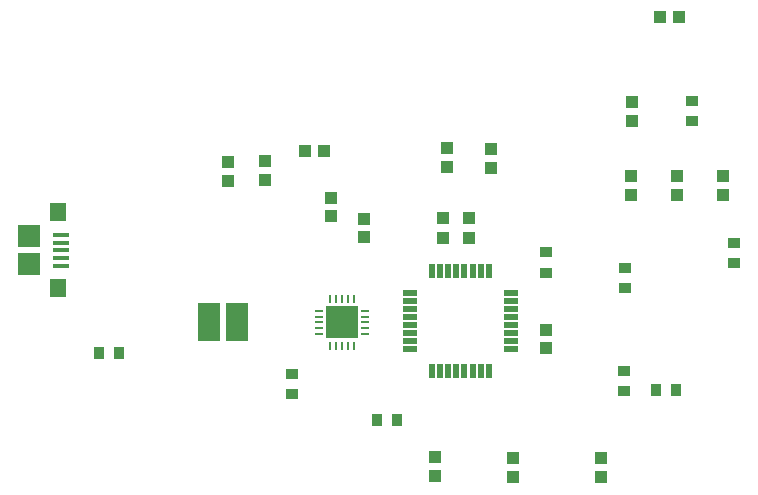
<source format=gtp>
G04*
G04 #@! TF.GenerationSoftware,Altium Limited,Altium Designer,19.1.5 (86)*
G04*
G04 Layer_Color=8421504*
%FSLAX25Y25*%
%MOIN*%
G70*
G01*
G75*
%ADD15R,0.07284X0.12992*%
%ADD16R,0.03937X0.03937*%
%ADD17R,0.03937X0.03937*%
%ADD18R,0.03937X0.03543*%
%ADD19R,0.03543X0.03937*%
%ADD20R,0.10827X0.10827*%
%ADD21O,0.03150X0.00984*%
%ADD22O,0.00984X0.03150*%
%ADD23R,0.07480X0.07480*%
%ADD24R,0.05512X0.06299*%
%ADD25R,0.05315X0.01575*%
%ADD26R,0.04724X0.01968*%
%ADD27R,0.01968X0.04724*%
%ADD28R,0.04331X0.03858*%
D15*
X75500Y58600D02*
D03*
X66248D02*
D03*
D16*
X145500Y110350D02*
D03*
Y116650D02*
D03*
X160100Y110150D02*
D03*
Y116450D02*
D03*
X117900Y86950D02*
D03*
Y93250D02*
D03*
X107000Y100250D02*
D03*
Y93950D02*
D03*
X85000Y112450D02*
D03*
Y106150D02*
D03*
X72400Y112150D02*
D03*
Y105850D02*
D03*
X207300Y131950D02*
D03*
Y125650D02*
D03*
X237500Y107450D02*
D03*
Y101150D02*
D03*
X207000Y101100D02*
D03*
Y107399D02*
D03*
X222200Y101150D02*
D03*
Y107450D02*
D03*
X196900Y7250D02*
D03*
Y13550D02*
D03*
X167500Y13299D02*
D03*
Y7000D02*
D03*
X141600Y7450D02*
D03*
Y13750D02*
D03*
X178500Y49950D02*
D03*
Y56250D02*
D03*
D17*
X216650Y160300D02*
D03*
X222950D02*
D03*
X98150Y115900D02*
D03*
X104450D02*
D03*
D18*
X227300Y125753D02*
D03*
Y132447D02*
D03*
X204500Y42593D02*
D03*
Y35900D02*
D03*
X205000Y76793D02*
D03*
Y70100D02*
D03*
X241300Y78354D02*
D03*
Y85046D02*
D03*
X94000Y41447D02*
D03*
Y34754D02*
D03*
X178500Y81946D02*
D03*
Y75253D02*
D03*
D19*
X215253Y36200D02*
D03*
X221947D02*
D03*
X29553Y48500D02*
D03*
X36246D02*
D03*
X122153Y26100D02*
D03*
X128847D02*
D03*
D20*
X110500Y58600D02*
D03*
D21*
X118276Y62537D02*
D03*
Y60568D02*
D03*
Y58600D02*
D03*
Y56631D02*
D03*
Y54663D02*
D03*
X102724D02*
D03*
Y56631D02*
D03*
Y58600D02*
D03*
Y60568D02*
D03*
Y62537D02*
D03*
D22*
X114437Y50824D02*
D03*
X112469D02*
D03*
X110500D02*
D03*
X108531D02*
D03*
X106563D02*
D03*
Y66376D02*
D03*
X108531D02*
D03*
X110500D02*
D03*
X112469D02*
D03*
X114437D02*
D03*
D23*
X6268Y77976D02*
D03*
Y87424D02*
D03*
D24*
X15914Y70102D02*
D03*
Y95298D02*
D03*
D25*
X16800Y77582D02*
D03*
Y80141D02*
D03*
Y82700D02*
D03*
Y85259D02*
D03*
Y87818D02*
D03*
D26*
X166732Y68470D02*
D03*
Y65793D02*
D03*
Y63116D02*
D03*
Y60439D02*
D03*
Y57761D02*
D03*
Y55084D02*
D03*
Y52407D02*
D03*
Y49730D02*
D03*
X133268D02*
D03*
Y52407D02*
D03*
Y55084D02*
D03*
Y57761D02*
D03*
Y60439D02*
D03*
Y63116D02*
D03*
Y65793D02*
D03*
Y68470D02*
D03*
D27*
X159370Y42368D02*
D03*
X156693D02*
D03*
X154016D02*
D03*
X151339D02*
D03*
X148661D02*
D03*
X145984D02*
D03*
X143307D02*
D03*
X140630D02*
D03*
Y75832D02*
D03*
X143307D02*
D03*
X145984D02*
D03*
X148661D02*
D03*
X151339D02*
D03*
X154016D02*
D03*
X156693D02*
D03*
X159370D02*
D03*
D28*
X144169Y86753D02*
D03*
X152831D02*
D03*
Y93446D02*
D03*
X144169D02*
D03*
M02*

</source>
